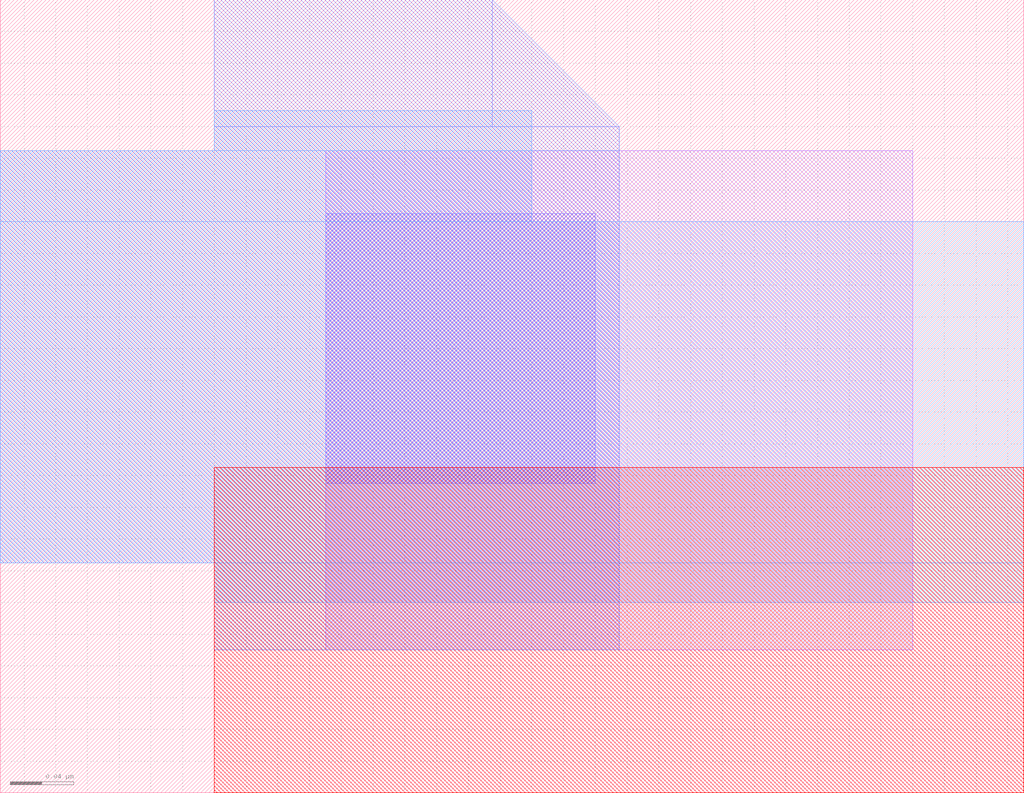
<source format=lef>
# Copyright 2020 The SkyWater PDK Authors
#
# Licensed under the Apache License, Version 2.0 (the "License");
# you may not use this file except in compliance with the License.
# You may obtain a copy of the License at
#
#     https://www.apache.org/licenses/LICENSE-2.0
#
# Unless required by applicable law or agreed to in writing, software
# distributed under the License is distributed on an "AS IS" BASIS,
# WITHOUT WARRANTIES OR CONDITIONS OF ANY KIND, either express or implied.
# See the License for the specific language governing permissions and
# limitations under the License.
#
# SPDX-License-Identifier: Apache-2.0

VERSION 5.7 ;
  NOWIREEXTENSIONATPIN ON ;
  DIVIDERCHAR "/" ;
  BUSBITCHARS "[]" ;
MACRO sky130_fd_bd_sram__sram_dp_wls_half
  CLASS BLOCK ;
  FOREIGN sky130_fd_bd_sram__sram_dp_wls_half ;
  ORIGIN  0.035000  0.000000 ;
  SIZE  0.645000 BY  0.500000 ;
  OBS
    LAYER li1 ;
      RECT 0.170000 0.090000 0.540000 0.405000 ;
    LAYER mcon ;
      RECT 0.170000 0.195000 0.340000 0.365000 ;
    LAYER met1 ;
      POLYGON  0.275000 0.500000 0.355000 0.420000 0.275000 0.420000 ;
      RECT -0.035000 0.145000 0.355000 0.405000 ;
      RECT  0.100000 0.090000 0.355000 0.145000 ;
      RECT  0.100000 0.405000 0.355000 0.420000 ;
      RECT  0.100000 0.420000 0.275000 0.500000 ;
    LAYER met2 ;
      RECT -0.035000 0.145000 0.610000 0.360000 ;
      RECT -0.035000 0.360000 0.300000 0.405000 ;
      RECT  0.100000 0.120000 0.610000 0.145000 ;
      RECT  0.100000 0.405000 0.300000 0.430000 ;
    LAYER met3 ;
      RECT 0.100000 0.000000 0.610000 0.205000 ;
  END
END sky130_fd_bd_sram__sram_dp_wls_half
END LIBRARY

</source>
